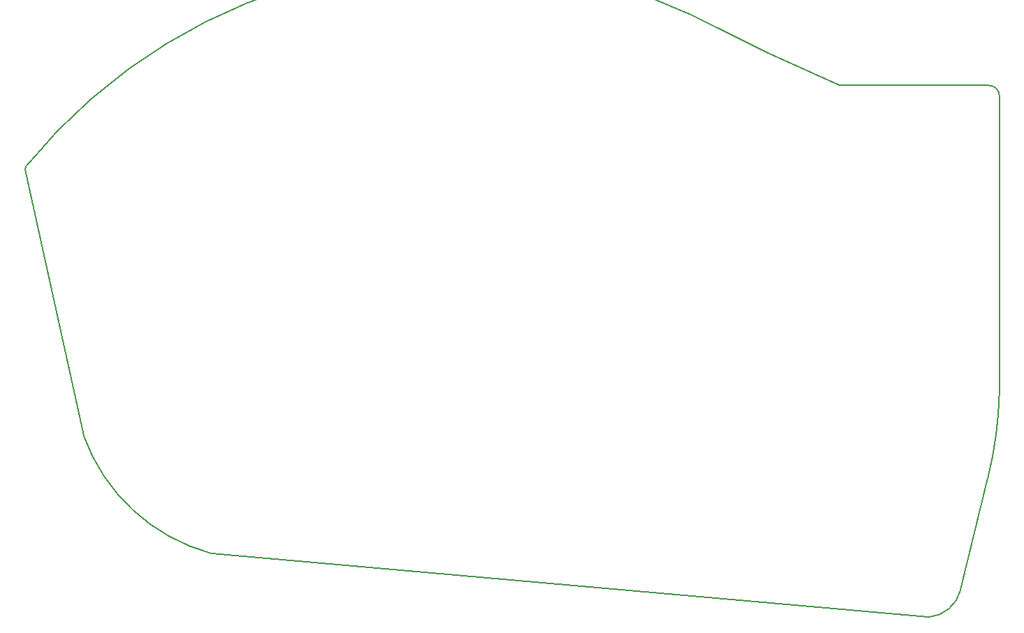
<source format=gbr>
G04 #@! TF.GenerationSoftware,KiCad,Pcbnew,6.0.0-d3dd2cf0fa~116~ubuntu20.04.1*
G04 #@! TF.CreationDate,2022-01-05T19:49:40-05:00*
G04 #@! TF.ProjectId,30_hs,33305f68-732e-46b6-9963-61645f706362,0.1*
G04 #@! TF.SameCoordinates,Original*
G04 #@! TF.FileFunction,Profile,NP*
%FSLAX46Y46*%
G04 Gerber Fmt 4.6, Leading zero omitted, Abs format (unit mm)*
G04 Created by KiCad (PCBNEW 6.0.0-d3dd2cf0fa~116~ubuntu20.04.1) date 2022-01-05 19:49:40*
%MOMM*%
%LPD*%
G01*
G04 APERTURE LIST*
G04 #@! TA.AperFunction,Profile*
%ADD10C,0.150000*%
G04 #@! TD*
G04 APERTURE END LIST*
D10*
X32500000Y-102650000D02*
G75*
G03*
X48006000Y-116967000I21433313J7657937D01*
G01*
X32500000Y-102650000D02*
X25403917Y-70438877D01*
X143510000Y-74168000D02*
X143510000Y-97409000D01*
X134874000Y-124714000D02*
X48006000Y-116967000D01*
X143510000Y-74168000D02*
X143510000Y-61468000D01*
X106299000Y-51689000D02*
G75*
G03*
X25550000Y-69975000I-28692702J-60728557D01*
G01*
X143510000Y-61468000D02*
G75*
G03*
X142240000Y-60198000I-1254898J15102D01*
G01*
X138811000Y-121412000D02*
X142113000Y-107823000D01*
X134874000Y-124714000D02*
G75*
G03*
X138811000Y-121412000I-341454J4405176D01*
G01*
X142240000Y-60198000D02*
X124206000Y-60198000D01*
X142113000Y-107823000D02*
G75*
G03*
X143510000Y-97409000I-46942153J11597819D01*
G01*
X25550000Y-69975000D02*
G75*
G03*
X25403917Y-70438877I610090J-447069D01*
G01*
X106299000Y-51689000D02*
G75*
G03*
X124206000Y-60198000I115273455J219493465D01*
G01*
M02*

</source>
